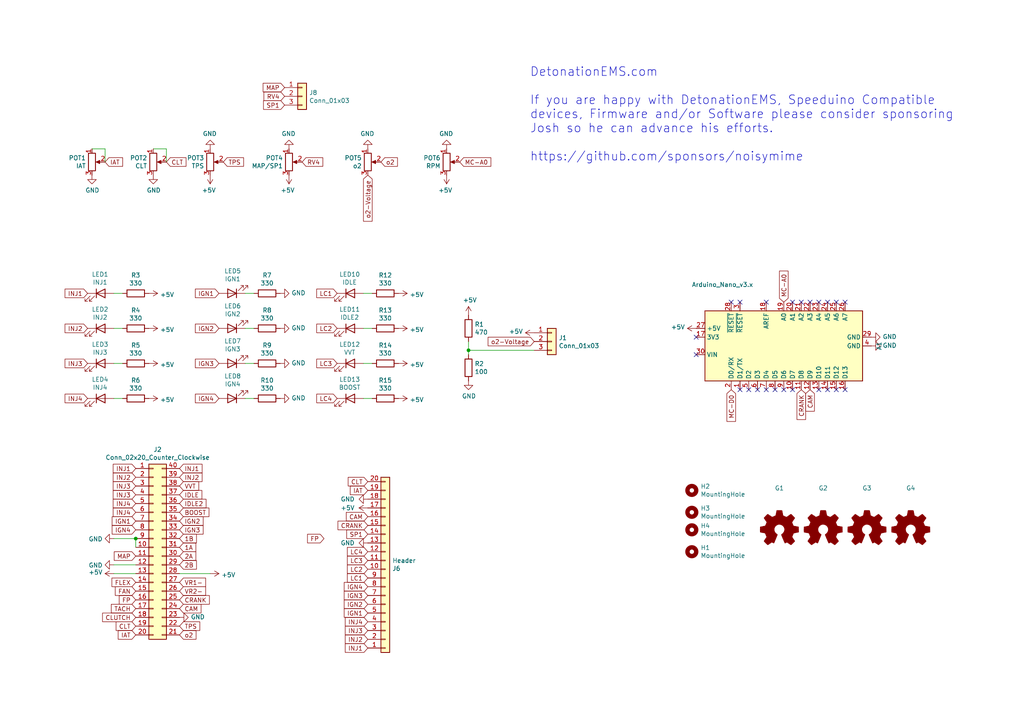
<source format=kicad_sch>
(kicad_sch (version 20211123) (generator eeschema)
  (paper "A4")
  (title_block (title "Engine Simulator") (date "2021-10-08") (rev "A") (company "DetonationEMS"))
  (lib_symbols
    (symbol "Connector_Generic:Conn_01x03" (pin_names (offset 1.016) hide)
      (property "Reference" "J" (at 0 5.08 0))
      (property "Value" "Conn_01x03" (at 0 -5.08 0))
      (symbol "Conn_01x03_1_1"
        (rectangle (start -1.27 -2.413) (end 0 -2.667) (stroke (width 0.1524)))
        (rectangle (start -1.27 0.127) (end 0 -0.127) (stroke (width 0.1524)))
        (rectangle (start -1.27 2.667) (end 0 2.413) (stroke (width 0.1524)))
        (rectangle (start -1.27 3.81) (end 1.27 -3.81) (stroke (width 0.254)) (fill (type background)))
        (pin passive line (at -5.08 2.54 0) (length 3.81) (name "Pin_1") (number "1"))
        (pin passive line (at -5.08 0 0) (length 3.81) (name "Pin_2") (number "2"))
        (pin passive line (at -5.08 -2.54 0) (length 3.81) (name "Pin_3") (number "3"))
      )
    )
    (symbol "Connector_Generic:Conn_01x20" (pin_names (offset 1.016) hide)
      (property "Reference" "J" (at 0 25.4 0))
      (property "Value" "Conn_01x20" (at 0 -27.94 0))
      (symbol "Conn_01x20_1_1"
        (rectangle (start -1.27 -25.273) (end 0 -25.527) (stroke (width 0.1524)))
        (rectangle (start -1.27 -22.733) (end 0 -22.987) (stroke (width 0.1524)))
        (rectangle (start -1.27 -20.193) (end 0 -20.447) (stroke (width 0.1524)))
        (rectangle (start -1.27 -17.653) (end 0 -17.907) (stroke (width 0.1524)))
        (rectangle (start -1.27 -15.113) (end 0 -15.367) (stroke (width 0.1524)))
        (rectangle (start -1.27 -12.573) (end 0 -12.827) (stroke (width 0.1524)))
        (rectangle (start -1.27 -10.033) (end 0 -10.287) (stroke (width 0.1524)))
        (rectangle (start -1.27 -7.493) (end 0 -7.747) (stroke (width 0.1524)))
        (rectangle (start -1.27 -4.953) (end 0 -5.207) (stroke (width 0.1524)))
        (rectangle (start -1.27 -2.413) (end 0 -2.667) (stroke (width 0.1524)))
        (rectangle (start -1.27 0.127) (end 0 -0.127) (stroke (width 0.1524)))
        (rectangle (start -1.27 2.667) (end 0 2.413) (stroke (width 0.1524)))
        (rectangle (start -1.27 5.207) (end 0 4.953) (stroke (width 0.1524)))
        (rectangle (start -1.27 7.747) (end 0 7.493) (stroke (width 0.1524)))
        (rectangle (start -1.27 10.287) (end 0 10.033) (stroke (width 0.1524)))
        (rectangle (start -1.27 12.827) (end 0 12.573) (stroke (width 0.1524)))
        (rectangle (start -1.27 15.367) (end 0 15.113) (stroke (width 0.1524)))
        (rectangle (start -1.27 17.907) (end 0 17.653) (stroke (width 0.1524)))
        (rectangle (start -1.27 20.447) (end 0 20.193) (stroke (width 0.1524)))
        (rectangle (start -1.27 22.987) (end 0 22.733) (stroke (width 0.1524)))
        (rectangle (start -1.27 24.13) (end 1.27 -26.67) (stroke (width 0.254)) (fill (type background)))
        (pin passive line (at -5.08 22.86 0) (length 3.81) (name "Pin_1") (number "1"))
        (pin passive line (at -5.08 0 0) (length 3.81) (name "Pin_10") (number "10"))
        (pin passive line (at -5.08 -2.54 0) (length 3.81) (name "Pin_11") (number "11"))
        (pin passive line (at -5.08 -5.08 0) (length 3.81) (name "Pin_12") (number "12"))
        (pin passive line (at -5.08 -7.62 0) (length 3.81) (name "Pin_13") (number "13"))
        (pin passive line (at -5.08 -10.16 0) (length 3.81) (name "Pin_14") (number "14"))
        (pin passive line (at -5.08 -12.7 0) (length 3.81) (name "Pin_15") (number "15"))
        (pin passive line (at -5.08 -15.24 0) (length 3.81) (name "Pin_16") (number "16"))
        (pin passive line (at -5.08 -17.78 0) (length 3.81) (name "Pin_17") (number "17"))
        (pin passive line (at -5.08 -20.32 0) (length 3.81) (name "Pin_18") (number "18"))
        (pin passive line (at -5.08 -22.86 0) (length 3.81) (name "Pin_19") (number "19"))
        (pin passive line (at -5.08 20.32 0) (length 3.81) (name "Pin_2") (number "2"))
        (pin passive line (at -5.08 -25.4 0) (length 3.81) (name "Pin_20") (number "20"))
        (pin passive line (at -5.08 17.78 0) (length 3.81) (name "Pin_3") (number "3"))
        (pin passive line (at -5.08 15.24 0) (length 3.81) (name "Pin_4") (number "4"))
        (pin passive line (at -5.08 12.7 0) (length 3.81) (name "Pin_5") (number "5"))
        (pin passive line (at -5.08 10.16 0) (length 3.81) (name "Pin_6") (number "6"))
        (pin passive line (at -5.08 7.62 0) (length 3.81) (name "Pin_7") (number "7"))
        (pin passive line (at -5.08 5.08 0) (length 3.81) (name "Pin_8") (number "8"))
        (pin passive line (at -5.08 2.54 0) (length 3.81) (name "Pin_9") (number "9"))
      )
    )
    (symbol "Device:LED" (pin_numbers hide) (pin_names (offset 1.016) hide)
      (property "Reference" "D" (at 0 2.54 0))
      (property "Value" "LED" (at 0 -2.54 0))
      (symbol "LED_0_1"
        (polyline (pts (xy -1.27 -1.27) (xy -1.27 1.27)) (stroke (width 0.254)))
        (polyline (pts (xy -1.27 0) (xy 1.27 0)))
        (polyline (pts (xy 1.27 -1.27) (xy 1.27 1.27) (xy -1.27 0) (xy 1.27 -1.27)) (stroke (width 0.254)))
        (polyline (pts (xy -3.048 -0.762) (xy -4.572 -2.286) (xy -3.81 -2.286) (xy -4.572 -2.286) (xy -4.572 -1.524)))
        (polyline (pts (xy -1.778 -0.762) (xy -3.302 -2.286) (xy -2.54 -2.286) (xy -3.302 -2.286) (xy -3.302 -1.524)))
      )
      (symbol "LED_1_1"
        (pin passive line (at -3.81 0 0) (length 2.54) (name "K") (number "1"))
        (pin passive line (at 3.81 0 180) (length 2.54) (name "A") (number "2"))
      )
    )
    (symbol "Device:R" (pin_numbers hide) (pin_names (offset 0))
      (property "Reference" "R" (at 2.032 0 90))
      (property "Value" "R" (at 0 0 90))
      (symbol "R_0_1"
        (rectangle (start -1.016 -2.54) (end 1.016 2.54) (stroke (width 0.254)))
      )
      (symbol "R_1_1"
        (pin passive line (at 0 3.81 270) (length 1.27) (name "~") (number "1"))
        (pin passive line (at 0 -3.81 90) (length 1.27) (name "~") (number "2"))
      )
    )
    (symbol "Device:R_POT" (pin_names (offset 1.016) hide)
      (property "Reference" "RV" (at -4.445 0 90))
      (property "Value" "Device_R_POT" (at -2.54 0 90))
      (symbol "R_POT_0_1"
        (polyline (pts (xy 2.54 0) (xy 1.524 0)))
        (polyline (pts (xy 1.143 0) (xy 2.286 0.508) (xy 2.286 -0.508) (xy 1.143 0)) (fill (type outline)))
        (rectangle (start 1.016 2.54) (end -1.016 -2.54) (stroke (width 0.254)))
      )
      (symbol "R_POT_1_1"
        (pin passive line (at 0 3.81 270) (length 1.27) (name "1") (number "1"))
        (pin passive line (at 3.81 0 180) (length 1.27) (name "2") (number "2"))
        (pin passive line (at 0 -3.81 90) (length 1.27) (name "3") (number "3"))
      )
    )
    (symbol "Graphic:Logo_Open_Hardware_Small" (pin_names (offset 1.016))
      (symbol "Logo_Open_Hardware_Small_0_1"
        (polyline (pts (xy 3.3528 -4.3434) (xy 3.302 -4.318) (xy 3.175 -4.2418) (xy 2.9972 -4.1148) (xy 2.7686 -3.9624) (xy 2.54 -3.81) (xy 2.3622 -3.7084) (xy 2.2352 -3.6068) (xy 2.1844 -3.5814) (xy 2.159 -3.6068) (xy 2.0574 -3.6576) (xy 1.905 -3.7338) (xy 1.8034 -3.7846) (xy 1.6764 -3.8354) (xy 1.6002 -3.8354) (xy 1.6002 -3.8354) (xy 1.5494 -3.7338) (xy 1.4732 -3.5306) (xy 1.3462 -3.302) (xy 1.2446 -3.0226) (xy 1.1176 -2.7178) (xy 0.9652 -2.413) (xy 0.8636 -2.1082) (xy 0.7366 -1.8288) (xy 0.6604 -1.6256) (xy 0.6096 -1.4732) (xy 0.5842 -1.397) (xy 0.5842 -1.397) (xy 0.6604 -1.3208) (xy 0.7874 -1.2446) (xy 1.0414 -1.016) (xy 1.2954 -0.6858) (xy 1.4478 -0.3302) (xy 1.524 0.0762) (xy 1.4732 0.4572) (xy 1.3208 0.8128) (xy 1.0668 1.143) (xy 0.762 1.3716) (xy 0.4064 1.524) (xy 0 1.5748) (xy -0.381 1.5494) (xy -0.7366 1.397) (xy -1.0668 1.143) (xy -1.2192 0.9906) (xy -1.397 0.6604) (xy -1.524 0.3048) (xy -1.524 0.2286) (xy -1.4986 -0.1778) (xy -1.397 -0.5334) (xy -1.1938 -0.8636) (xy -0.9144 -1.143) (xy -0.8636 -1.1684) (xy -0.7366 -1.27) (xy -0.635 -1.3462) (xy -0.5842 -1.397) (xy -1.0668 -2.5908) (xy -1.143 -2.794) (xy -1.2954 -3.1242) (xy -1.397 -3.4036) (xy -1.4986 -3.6322) (xy -1.5748 -3.7846) (xy -1.6002 -3.8354) (xy -1.6002 -3.8354) (xy -1.651 -3.8354) (xy -1.7272 -3.81) (xy -1.905 -3.7338) (xy -2.0066 -3.683) (xy -2.1336 -3.6068) (xy -2.2098 -3.5814) (xy -2.2606 -3.6068) (xy -2.3622 -3.683) (xy -2.54 -3.81) (xy -2.7686 -3.9624) (xy -2.9718 -4.0894) (xy -3.1496 -4.2164) (xy -3.302 -4.318) (xy -3.3528 -4.3434) (xy -3.3782 -4.3434) (xy -3.429 -4.318) (xy -3.5306 -4.2164) (xy -3.7084 -4.064) (xy -3.937 -3.8354) (xy -3.9624 -3.81) (xy -4.1656 -3.6068) (xy -4.318 -3.4544) (xy -4.4196 -3.3274) (xy -4.445 -3.2766) (xy -4.445 -3.2766) (xy -4.4196 -3.2258) (xy -4.318 -3.0734) (xy -4.2164 -2.8956) (xy -4.064 -2.667) (xy -3.6576 -2.0828) (xy -3.8862 -1.5494) (xy -3.937 -1.3716) (xy -4.0386 -1.1684) (xy -4.0894 -1.0414) (xy -4.1148 -0.9652) (xy -4.191 -0.9398) (xy -4.318 -0.9144) (xy -4.5466 -0.8636) (xy -4.8006 -0.8128) (xy -5.0546 -0.7874) (xy -5.2578 -0.7366) (xy -5.4356 -0.7112) (xy -5.5118 -0.6858) (xy -5.5118 -0.6858) (xy -5.5372 -0.635) (xy -5.5372 -0.5588) (xy -5.5372 -0.4318) (xy -5.5626 -0.2286) (xy -5.5626 0.0762) (xy -5.5626 0.127) (xy -5.5372 0.4064) (xy -5.5372 0.635) (xy -5.5372 0.762) (xy -5.5372 0.8382) (xy -5.5372 0.8382) (xy -5.461 0.8382) (xy -5.3086 0.889) (xy -5.08 0.9144) (xy -4.826 0.9652) (xy -4.8006 0.9906) (xy -4.5466 1.0414) (xy -4.318 1.0668) (xy -4.1656 1.1176) (xy -4.0894 1.143) (xy -4.0894 1.143) (xy -4.0386 1.2446) (xy -3.9624 1.4224) (xy -3.8608 1.6256) (xy -3.7846 1.8288) (xy -3.7084 2.0066) (xy -3.6576 2.159) (xy -3.6322 2.2098) (xy -3.6322 2.2098) (xy -3.683 2.286) (xy -3.7592 2.413) (xy -3.8862 2.5908) (xy -4.064 2.8194) (xy -4.064 2.8448) (xy -4.2164 3.0734) (xy -4.3434 3.2512) (xy -4.4196 3.3782) (xy -4.445 3.4544) (xy -4.445 3.4544) (xy -4.3942 3.5052) (xy -4.2926 3.6322) (xy -4.1148 3.81) (xy -3.937 4.0132) (xy -3.8608 4.064) (xy -3.6576 4.2926) (xy -3.5052 4.4196) (xy -3.4036 4.4958) (xy -3.3528 4.5212) (xy -3.3528 4.5212) (xy -3.302 4.4704) (xy -3.1496 4.3688) (xy -2.9718 4.2418) (xy -2.7432 4.0894) (xy -2.7178 4.0894) (xy -2.4892 3.937) (xy -2.3114 3.81) (xy -2.1844 3.7084) (xy -2.1336 3.683) (xy -2.1082 3.683) (xy -2.032 3.7084) (xy -1.8542 3.7592) (xy -1.6764 3.8354) (xy -1.4732 3.937) (xy -1.27 4.0132) (xy -1.143 4.064) (xy -1.0668 4.1148) (xy -1.0668 4.1148) (xy -1.0414 4.191) (xy -1.016 4.3434) (xy -0.9652 4.572) (xy -0.9144 4.8514) (xy -0.889 4.9022) (xy -0.8382 5.1562) (xy -0.8128 5.3848) (xy -0.7874 5.5372) (xy -0.762 5.588) (xy -0.7112 5.6134) (xy -0.5842 5.6134) (xy -0.4064 5.6134) (xy -0.1524 5.6134) (xy 0.0762 5.6134) (xy 0.3302 5.6134) (xy 0.5334 5.6134) (xy 0.6858 5.588) (xy 0.7366 5.588) (xy 0.7366 5.588) (xy 0.762 5.5118) (xy 0.8128 5.334) (xy 0.8382 5.1054) (xy 0.9144 4.826) (xy 0.9144 4.7752) (xy 0.9652 4.5212) (xy 1.016 4.2926) (xy 1.0414 4.1402) (xy 1.0668 4.0894) (xy 1.0668 4.0894) (xy 1.1938 4.0386) (xy 1.3716 3.9624) (xy 1.5748 3.8608) (xy 2.0828 3.6576) (xy 2.7178 4.0894) (xy 2.7686 4.1402) (xy 2.9972 4.2926) (xy 3.175 4.4196) (xy 3.302 4.4958) (xy 3.3782 4.5212) (xy 3.3782 4.5212) (xy 3.429 4.4704) (xy 3.556 4.3434) (xy 3.7338 4.191) (xy 3.9116 3.9878) (xy 4.064 3.8354) (xy 4.2418 3.6576) (xy 4.3434 3.556) (xy 4.4196 3.4798) (xy 4.4196 3.429) (xy 4.4196 3.4036) (xy 4.3942 3.3274) (xy 4.2926 3.2004) (xy 4.1656 2.9972) (xy 4.0132 2.794) (xy 3.8862 2.5908) (xy 3.7592 2.3876) (xy 3.6576 2.2352) (xy 3.6322 2.159) (xy 3.6322 2.1336) (xy 3.683 2.0066) (xy 3.7592 1.8288) (xy 3.8608 1.6002) (xy 4.064 1.1176) (xy 4.3942 1.0414) (xy 4.5974 1.016) (xy 4.8768 0.9652) (xy 5.1308 0.9144) (xy 5.5372 0.8382) (xy 5.5626 -0.6604) (xy 5.4864 -0.6858) (xy 5.4356 -0.6858) (xy 5.2832 -0.7366) (xy 5.0546 -0.762) (xy 4.8006 -0.8128) (xy 4.5974 -0.8636) (xy 4.3688 -0.9144) (xy 4.2164 -0.9398) (xy 4.1402 -0.9398) (xy 4.1148 -0.9652) (xy 4.064 -1.0668) (xy 3.9878 -1.2446) (xy 3.9116 -1.4478) (xy 3.81 -1.651) (xy 3.7338 -1.8542) (xy 3.683 -2.0066) (xy 3.6576 -2.0828) (xy 3.683 -2.1336) (xy 3.7846 -2.2606) (xy 3.8862 -2.4638) (xy 4.0386 -2.667) (xy 4.191 -2.8956) (xy 4.318 -3.0734) (xy 4.3942 -3.2004) (xy 4.445 -3.2766) (xy 4.4196 -3.3274) (xy 4.3434 -3.429) (xy 4.1656 -3.5814) (xy 3.937 -3.8354) (xy 3.8862 -3.8608) (xy 3.683 -4.064) (xy 3.5306 -4.2164) (xy 3.4036 -4.318) (xy 3.3528 -4.3434)) (fill (type outline)))
      )
    )
    (symbol "MCU_Module:Arduino_Nano_v3.x"
      (property "Reference" "A" (at -10.16 23.495 0))
      (property "Value" "Arduino_Nano_v3.x" (at 5.08 -24.13 0))
      (symbol "Arduino_Nano_v3.x_0_1"
        (rectangle (start -10.16 22.86) (end 10.16 -22.86) (stroke (width 0.254)) (fill (type background)))
      )
      (symbol "Arduino_Nano_v3.x_1_1"
        (pin bidirectional line (at -12.7 12.7 0) (length 2.54) (name "D1/TX") (number "1"))
        (pin bidirectional line (at -12.7 -2.54 0) (length 2.54) (name "D7") (number "10"))
        (pin bidirectional line (at -12.7 -5.08 0) (length 2.54) (name "D8") (number "11"))
        (pin bidirectional line (at -12.7 -7.62 0) (length 2.54) (name "D9") (number "12"))
        (pin bidirectional line (at -12.7 -10.16 0) (length 2.54) (name "D10") (number "13"))
        (pin bidirectional line (at -12.7 -12.7 0) (length 2.54) (name "D11") (number "14"))
        (pin bidirectional line (at -12.7 -15.24 0) (length 2.54) (name "D12") (number "15"))
        (pin bidirectional line (at -12.7 -17.78 0) (length 2.54) (name "D13") (number "16"))
        (pin power_out line (at 2.54 25.4 270) (length 2.54) (name "3V3") (number "17"))
        (pin input line (at 12.7 5.08 180) (length 2.54) (name "AREF") (number "18"))
        (pin bidirectional line (at 12.7 0 180) (length 2.54) (name "A0") (number "19"))
        (pin bidirectional line (at -12.7 15.24 0) (length 2.54) (name "D0/RX") (number "2"))
        (pin bidirectional line (at 12.7 -2.54 180) (length 2.54) (name "A1") (number "20"))
        (pin bidirectional line (at 12.7 -5.08 180) (length 2.54) (name "A2") (number "21"))
        (pin bidirectional line (at 12.7 -7.62 180) (length 2.54) (name "A3") (number "22"))
        (pin bidirectional line (at 12.7 -10.16 180) (length 2.54) (name "A4") (number "23"))
        (pin bidirectional line (at 12.7 -12.7 180) (length 2.54) (name "A5") (number "24"))
        (pin bidirectional line (at 12.7 -15.24 180) (length 2.54) (name "A6") (number "25"))
        (pin bidirectional line (at 12.7 -17.78 180) (length 2.54) (name "A7") (number "26"))
        (pin power_out line (at 5.08 25.4 270) (length 2.54) (name "+5V") (number "27"))
        (pin input line (at 12.7 15.24 180) (length 2.54) (name "~{RESET}") (number "28"))
        (pin power_in line (at 2.54 -25.4 90) (length 2.54) (name "GND") (number "29"))
        (pin input line (at 12.7 12.7 180) (length 2.54) (name "~{RESET}") (number "3"))
        (pin power_in line (at -2.54 25.4 270) (length 2.54) (name "VIN") (number "30"))
        (pin power_in line (at 0 -25.4 90) (length 2.54) (name "GND") (number "4"))
        (pin bidirectional line (at -12.7 10.16 0) (length 2.54) (name "D2") (number "5"))
        (pin bidirectional line (at -12.7 7.62 0) (length 2.54) (name "D3") (number "6"))
        (pin bidirectional line (at -12.7 5.08 0) (length 2.54) (name "D4") (number "7"))
        (pin bidirectional line (at -12.7 2.54 0) (length 2.54) (name "D5") (number "8"))
        (pin bidirectional line (at -12.7 0 0) (length 2.54) (name "D6") (number "9"))
      )
    )
    (symbol "Mechanical:MountingHole" (pin_names (offset 1.016))
      (property "Reference" "H" (at 0 5.08 0))
      (property "Value" "MountingHole" (at 0 3.175 0))
      (symbol "MountingHole_0_1"
        (circle (center 0 0) (radius 1.27) (stroke (width 1.27)))
      )
    )
    (symbol "Pre_Ignition-rescue:Conn_02x20_Counter_Clockwise-Connector_Generic" (pin_names (offset 1.016) hide)
      (property "Reference" "J" (at 1.27 25.4 0))
      (property "Value" "Conn_02x20_Counter_Clockwise-Connector_Generic" (at 1.27 -27.94 0))
      (symbol "Conn_02x20_Counter_Clockwise-Connector_Generic_1_1"
        (rectangle (start -1.27 -25.273) (end 0 -25.527) (stroke (width 0.1524)))
        (rectangle (start -1.27 -22.733) (end 0 -22.987) (stroke (width 0.1524)))
        (rectangle (start -1.27 -20.193) (end 0 -20.447) (stroke (width 0.1524)))
        (rectangle (start -1.27 -17.653) (end 0 -17.907) (stroke (width 0.1524)))
        (rectangle (start -1.27 -15.113) (end 0 -15.367) (stroke (width 0.1524)))
        (rectangle (start -1.27 -12.573) (end 0 -12.827) (stroke (width 0.1524)))
        (rectangle (start -1.27 -10.033) (end 0 -10.287) (stroke (width 0.1524)))
        (rectangle (start -1.27 -7.493) (end 0 -7.747) (stroke (width 0.1524)))
        (rectangle (start -1.27 -4.953) (end 0 -5.207) (stroke (width 0.1524)))
        (rectangle (start -1.27 -2.413) (end 0 -2.667) (stroke (width 0.1524)))
        (rectangle (start -1.27 0.127) (end 0 -0.127) (stroke (width 0.1524)))
        (rectangle (start -1.27 2.667) (end 0 2.413) (stroke (width 0.1524)))
        (rectangle (start -1.27 5.207) (end 0 4.953) (stroke (width 0.1524)))
        (rectangle (start -1.27 7.747) (end 0 7.493) (stroke (width 0.1524)))
        (rectangle (start -1.27 10.287) (end 0 10.033) (stroke (width 0.1524)))
        (rectangle (start -1.27 12.827) (end 0 12.573) (stroke (width 0.1524)))
        (rectangle (start -1.27 15.367) (end 0 15.113) (stroke (width 0.1524)))
        (rectangle (start -1.27 17.907) (end 0 17.653) (stroke (width 0.1524)))
        (rectangle (start -1.27 20.447) (end 0 20.193) (stroke (width 0.1524)))
        (rectangle (start -1.27 22.987) (end 0 22.733) (stroke (width 0.1524)))
        (rectangle (start -1.27 24.13) (end 3.81 -26.67) (stroke (width 0.254)) (fill (type background)))
        (rectangle (start 3.81 -25.273) (end 2.54 -25.527) (stroke (width 0.1524)))
        (rectangle (start 3.81 -22.733) (end 2.54 -22.987) (stroke (width 0.1524)))
        (rectangle (start 3.81 -20.193) (end 2.54 -20.447) (stroke (width 0.1524)))
        (rectangle (start 3.81 -17.653) (end 2.54 -17.907) (stroke (width 0.1524)))
        (rectangle (start 3.81 -15.113) (end 2.54 -15.367) (stroke (width 0.1524)))
        (rectangle (start 3.81 -12.573) (end 2.54 -12.827) (stroke (width 0.1524)))
        (rectangle (start 3.81 -10.033) (end 2.54 -10.287) (stroke (width 0.1524)))
        (rectangle (start 3.81 -7.493) (end 2.54 -7.747) (stroke (width 0.1524)))
        (rectangle (start 3.81 -4.953) (end 2.54 -5.207) (stroke (width 0.1524)))
        (rectangle (start 3.81 -2.413) (end 2.54 -2.667) (stroke (width 0.1524)))
        (rectangle (start 3.81 0.127) (end 2.54 -0.127) (stroke (width 0.1524)))
        (rectangle (start 3.81 2.667) (end 2.54 2.413) (stroke (width 0.1524)))
        (rectangle (start 3.81 5.207) (end 2.54 4.953) (stroke (width 0.1524)))
        (rectangle (start 3.81 7.747) (end 2.54 7.493) (stroke (width 0.1524)))
        (rectangle (start 3.81 10.287) (end 2.54 10.033) (stroke (width 0.1524)))
        (rectangle (start 3.81 12.827) (end 2.54 12.573) (stroke (width 0.1524)))
        (rectangle (start 3.81 15.367) (end 2.54 15.113) (stroke (width 0.1524)))
        (rectangle (start 3.81 17.907) (end 2.54 17.653) (stroke (width 0.1524)))
        (rectangle (start 3.81 20.447) (end 2.54 20.193) (stroke (width 0.1524)))
        (rectangle (start 3.81 22.987) (end 2.54 22.733) (stroke (width 0.1524)))
        (pin passive line (at -5.08 22.86 0) (length 3.81) (name "Pin_1") (number "1"))
        (pin passive line (at -5.08 0 0) (length 3.81) (name "Pin_10") (number "10"))
        (pin passive line (at -5.08 -2.54 0) (length 3.81) (name "Pin_11") (number "11"))
        (pin passive line (at -5.08 -5.08 0) (length 3.81) (name "Pin_12") (number "12"))
        (pin passive line (at -5.08 -7.62 0) (length 3.81) (name "Pin_13") (number "13"))
        (pin passive line (at -5.08 -10.16 0) (length 3.81) (name "Pin_14") (number "14"))
        (pin passive line (at -5.08 -12.7 0) (length 3.81) (name "Pin_15") (number "15"))
        (pin passive line (at -5.08 -15.24 0) (length 3.81) (name "Pin_16") (number "16"))
        (pin passive line (at -5.08 -17.78 0) (length 3.81) (name "Pin_17") (number "17"))
        (pin passive line (at -5.08 -20.32 0) (length 3.81) (name "Pin_18") (number "18"))
        (pin passive line (at -5.08 -22.86 0) (length 3.81) (name "Pin_19") (number "19"))
        (pin passive line (at -5.08 20.32 0) (length 3.81) (name "Pin_2") (number "2"))
        (pin passive line (at -5.08 -25.4 0) (length 3.81) (name "Pin_20") (number "20"))
        (pin passive line (at 7.62 -25.4 180) (length 3.81) (name "Pin_21") (number "21"))
        (pin passive line (at 7.62 -22.86 180) (length 3.81) (name "Pin_22") (number "22"))
        (pin passive line (at 7.62 -20.32 180) (length 3.81) (name "Pin_23") (number "23"))
        (pin passive line (at 7.62 -17.78 180) (length 3.81) (name "Pin_24") (number "24"))
        (pin passive line (at 7.62 -15.24 180) (length 3.81) (name "Pin_25") (number "25"))
        (pin passive line (at 7.62 -12.7 180) (length 3.81) (name "Pin_26") (number "26"))
        (pin passive line (at 7.62 -10.16 180) (length 3.81) (name "Pin_27") (number "27"))
        (pin passive line (at 7.62 -7.62 180) (length 3.81) (name "Pin_28") (number "28"))
        (pin passive line (at 7.62 -5.08 180) (length 3.81) (name "Pin_29") (number "29"))
        (pin passive line (at -5.08 17.78 0) (length 3.81) (name "Pin_3") (number "3"))
        (pin passive line (at 7.62 -2.54 180) (length 3.81) (name "Pin_30") (number "30"))
        (pin passive line (at 7.62 0 180) (length 3.81) (name "Pin_31") (number "31"))
        (pin passive line (at 7.62 2.54 180) (length 3.81) (name "Pin_32") (number "32"))
        (pin passive line (at 7.62 5.08 180) (length 3.81) (name "Pin_33") (number "33"))
        (pin passive line (at 7.62 7.62 180) (length 3.81) (name "Pin_34") (number "34"))
        (pin passive line (at 7.62 10.16 180) (length 3.81) (name "Pin_35") (number "35"))
        (pin passive line (at 7.62 12.7 180) (length 3.81) (name "Pin_36") (number "36"))
        (pin passive line (at 7.62 15.24 180) (length 3.81) (name "Pin_37") (number "37"))
        (pin passive line (at 7.62 17.78 180) (length 3.81) (name "Pin_38") (number "38"))
        (pin passive line (at 7.62 20.32 180) (length 3.81) (name "Pin_39") (number "39"))
        (pin passive line (at -5.08 15.24 0) (length 3.81) (name "Pin_4") (number "4"))
        (pin passive line (at 7.62 22.86 180) (length 3.81) (name "Pin_40") (number "40"))
        (pin passive line (at -5.08 12.7 0) (length 3.81) (name "Pin_5") (number "5"))
        (pin passive line (at -5.08 10.16 0) (length 3.81) (name "Pin_6") (number "6"))
        (pin passive line (at -5.08 7.62 0) (length 3.81) (name "Pin_7") (number "7"))
        (pin passive line (at -5.08 5.08 0) (length 3.81) (name "Pin_8") (number "8"))
        (pin passive line (at -5.08 2.54 0) (length 3.81) (name "Pin_9") (number "9"))
      )
    )
    (symbol "power:+5V" (power) (pin_names (offset 0))
      (property "Value" "+5V" (at 0 3.556 0))
      (symbol "+5V_0_1"
        (polyline (pts (xy -0.762 1.27) (xy 0 2.54)))
        (polyline (pts (xy 0 0) (xy 0 2.54)))
        (polyline (pts (xy 0 2.54) (xy 0.762 1.27)))
      )
      (symbol "+5V_1_1"
        (pin power_in line (at 0 0 90) (length 0) hide (name "+5V") (number "1"))
      )
    )
    (symbol "power:GND" (power) (pin_names (offset 0))
      (property "Value" "GND" (at 0 -3.81 0))
      (symbol "GND_0_1"
        (polyline (pts (xy 0 0) (xy 0 -1.27) (xy 1.27 -1.27) (xy 0 -2.54) (xy -1.27 -1.27) (xy 0 -1.27)))
      )
      (symbol "GND_1_1"
        (pin power_in line (at 0 0 270) (length 0) hide (name "GND") (number "1"))
      )
    )
  )
  (junction (at 39.37 156.21))
  (junction (at 135.89 101.6))
  (no_connect (at 214.63 87.63))
  (no_connect (at 229.87 87.63))
  (no_connect (at 232.41 87.63))
  (no_connect (at 224.79 113.03))
  (no_connect (at 201.93 102.87))
  (no_connect (at 212.09 87.63))
  (no_connect (at 219.71 113.03))
  (no_connect (at 222.25 87.63))
  (no_connect (at 245.11 87.63))
  (no_connect (at 214.63 113.03))
  (no_connect (at 201.93 97.79))
  (no_connect (at 237.49 113.03))
  (no_connect (at 242.57 113.03))
  (no_connect (at 229.87 113.03))
  (no_connect (at 227.33 113.03))
  (no_connect (at 240.03 113.03))
  (no_connect (at 240.03 87.63))
  (no_connect (at 237.49 87.63))
  (no_connect (at 217.17 113.03))
  (no_connect (at 234.95 87.63))
  (no_connect (at 245.11 113.03))
  (no_connect (at 242.57 87.63))
  (no_connect (at 222.25 113.03))
  (wire (pts (xy 30.48 43.18) (xy 30.48 46.99)))
  (wire (pts (xy 154.94 101.6) (xy 135.89 101.6)))
  (wire (pts (xy 33.02 95.25) (xy 35.56 95.25)))
  (wire (pts (xy 39.37 158.75) (xy 39.37 156.21)))
  (wire (pts (xy 48.26 43.18) (xy 48.26 46.99)))
  (wire (pts (xy 60.96 166.37) (xy 52.07 166.37)))
  (wire (pts (xy 33.02 85.09) (xy 35.56 85.09)))
  (wire (pts (xy 33.02 105.41) (xy 35.56 105.41)))
  (wire (pts (xy 105.41 115.57) (xy 107.95 115.57)))
  (wire (pts (xy 71.12 95.25) (xy 73.66 95.25)))
  (wire (pts (xy 105.41 95.25) (xy 107.95 95.25)))
  (wire (pts (xy 105.41 105.41) (xy 107.95 105.41)))
  (wire (pts (xy 71.12 85.09) (xy 73.66 85.09)))
  (wire (pts (xy 44.45 43.18) (xy 48.26 43.18)))
  (wire (pts (xy 33.02 166.37) (xy 39.37 166.37)))
  (wire (pts (xy 33.02 163.83) (xy 39.37 163.83)))
  (wire (pts (xy 135.89 99.06) (xy 135.89 101.6)))
  (wire (pts (xy 105.41 85.09) (xy 107.95 85.09)))
  (wire (pts (xy 71.12 115.57) (xy 73.66 115.57)))
  (wire (pts (xy 33.02 156.21) (xy 39.37 156.21)))
  (wire (pts (xy 71.12 105.41) (xy 73.66 105.41)))
  (wire (pts (xy 33.02 115.57) (xy 35.56 115.57)))
  (wire (pts (xy 26.67 43.18) (xy 30.48 43.18)))
  (wire (pts (xy 135.89 101.6) (xy 135.89 102.87)))
  (text "DetonationEMS.com\n\nIf you are happy with DetonationEMS, Speeduino Compatible\ndevices, Firmware and/or Software please consider sponsoring\nJosh so he can advance his efforts.\n\nhttps://github.com/sponsors/noisymime" (at 153.67 46.99 0) (effects (font (size 2.54 2.54)) (justify left bottom)))
  (global_label "FP" (shape input) (at 93.98 156.21 180) (property "Intersheet References" "${INTERSHEET_REFS}" (effects hide)))
  (global_label "MAP" (shape input) (at 39.37 161.29 180) (property "Intersheet References" "${INTERSHEET_REFS}" (effects hide)))
  (global_label "RV4" (shape input) (at 82.55 27.94 180) (property "Intersheet References" "${INTERSHEET_REFS}" (effects hide)))
  (global_label "MC-A0" (shape input) (at 133.35 46.99 0) (property "Intersheet References" "${INTERSHEET_REFS}" (effects hide)))
  (global_label "TPS" (shape input) (at 52.07 181.61 0) (property "Intersheet References" "${INTERSHEET_REFS}" (effects hide)))
  (global_label "1A" (shape input) (at 52.07 158.75 0) (property "Intersheet References" "${INTERSHEET_REFS}" (effects hide)))
  (global_label "INJ4" (shape input) (at 39.37 146.05 180) (property "Intersheet References" "${INTERSHEET_REFS}" (effects hide)))
  (global_label "INJ2" (shape input) (at 39.37 138.43 180) (property "Intersheet References" "${INTERSHEET_REFS}" (effects hide)))
  (global_label "INJ1" (shape input) (at 106.68 187.96 180) (property "Intersheet References" "${INTERSHEET_REFS}" (effects hide)))
  (global_label "CAM" (shape input) (at 52.07 176.53 0) (property "Intersheet References" "${INTERSHEET_REFS}" (effects hide)))
  (global_label "INJ1" (shape input) (at 25.4 85.09 180) (property "Intersheet References" "${INTERSHEET_REFS}" (effects hide)))
  (global_label "INJ2" (shape input) (at 25.4 95.25 180) (property "Intersheet References" "${INTERSHEET_REFS}" (effects hide)))
  (global_label "CLUTCH" (shape input) (at 39.37 179.07 180) (property "Intersheet References" "${INTERSHEET_REFS}" (effects hide)))
  (global_label "1B" (shape input) (at 52.07 156.21 0) (property "Intersheet References" "${INTERSHEET_REFS}" (effects hide)))
  (global_label "IGN3" (shape input) (at 106.68 172.72 180) (property "Intersheet References" "${INTERSHEET_REFS}" (effects hide)))
  (global_label "INJ3" (shape input) (at 39.37 143.51 180) (property "Intersheet References" "${INTERSHEET_REFS}" (effects hide)))
  (global_label "INJ2" (shape input) (at 106.68 185.42 180) (property "Intersheet References" "${INTERSHEET_REFS}" (effects hide)))
  (global_label "IGN1" (shape input) (at 63.5 85.09 180) (property "Intersheet References" "${INTERSHEET_REFS}" (effects hide)))
  (global_label "CLT" (shape input) (at 106.68 139.7 180) (property "Intersheet References" "${INTERSHEET_REFS}" (effects hide)))
  (global_label "BOOST" (shape input) (at 52.07 148.59 0) (property "Intersheet References" "${INTERSHEET_REFS}" (effects hide)))
  (global_label "RV4" (shape input) (at 87.63 46.99 0) (property "Intersheet References" "${INTERSHEET_REFS}" (effects hide)))
  (global_label "CAM" (shape input) (at 234.95 113.03 270) (property "Intersheet References" "${INTERSHEET_REFS}" (effects hide)))
  (global_label "SP1" (shape input) (at 82.55 30.48 180) (property "Intersheet References" "${INTERSHEET_REFS}" (effects hide)))
  (global_label "FP" (shape input) (at 39.37 173.99 180) (property "Intersheet References" "${INTERSHEET_REFS}" (effects hide)))
  (global_label "IGN4" (shape input) (at 39.37 153.67 180) (property "Intersheet References" "${INTERSHEET_REFS}" (effects hide)))
  (global_label "CLT" (shape input) (at 48.26 46.99 0) (property "Intersheet References" "${INTERSHEET_REFS}" (effects hide)))
  (global_label "CRANK" (shape input) (at 106.68 152.4 180) (property "Intersheet References" "${INTERSHEET_REFS}" (effects hide)))
  (global_label "INJ1" (shape input) (at 52.07 135.89 0) (property "Intersheet References" "${INTERSHEET_REFS}" (effects hide)))
  (global_label "o2" (shape input) (at 110.49 46.99 0) (property "Intersheet References" "${INTERSHEET_REFS}" (effects hide)))
  (global_label "SP1" (shape input) (at 106.68 154.94 180) (property "Intersheet References" "${INTERSHEET_REFS}" (effects hide)))
  (global_label "INJ4" (shape input) (at 25.4 115.57 180) (property "Intersheet References" "${INTERSHEET_REFS}" (effects hide)))
  (global_label "VVT" (shape input) (at 52.07 140.97 0) (property "Intersheet References" "${INTERSHEET_REFS}" (effects hide)))
  (global_label "INJ4" (shape input) (at 39.37 148.59 180) (property "Intersheet References" "${INTERSHEET_REFS}" (effects hide)))
  (global_label "MC-A0" (shape input) (at 227.33 87.63 90) (property "Intersheet References" "${INTERSHEET_REFS}" (effects hide)))
  (global_label "o2-Voltage" (shape input) (at 106.68 50.8 270) (property "Intersheet References" "${INTERSHEET_REFS}" (effects hide)))
  (global_label "IGN3" (shape input) (at 52.07 153.67 0) (property "Intersheet References" "${INTERSHEET_REFS}" (effects hide)))
  (global_label "CRANK" (shape input) (at 232.41 113.03 270) (property "Intersheet References" "${INTERSHEET_REFS}" (effects hide)))
  (global_label "IDLE" (shape input) (at 52.07 143.51 0) (property "Intersheet References" "${INTERSHEET_REFS}" (effects hide)))
  (global_label "LC2" (shape input) (at 97.79 95.25 180) (property "Intersheet References" "${INTERSHEET_REFS}" (effects hide)))
  (global_label "IGN3" (shape input) (at 63.5 105.41 180) (property "Intersheet References" "${INTERSHEET_REFS}" (effects hide)))
  (global_label "LC2" (shape input) (at 106.68 165.1 180) (property "Intersheet References" "${INTERSHEET_REFS}" (effects hide)))
  (global_label "INJ3" (shape input) (at 25.4 105.41 180) (property "Intersheet References" "${INTERSHEET_REFS}" (effects hide)))
  (global_label "TACH" (shape input) (at 39.37 176.53 180) (property "Intersheet References" "${INTERSHEET_REFS}" (effects hide)))
  (global_label "LC4" (shape input) (at 97.79 115.57 180) (property "Intersheet References" "${INTERSHEET_REFS}" (effects hide)))
  (global_label "IAT" (shape input) (at 106.68 142.24 180) (property "Intersheet References" "${INTERSHEET_REFS}" (effects hide)))
  (global_label "LC3" (shape input) (at 106.68 162.56 180) (property "Intersheet References" "${INTERSHEET_REFS}" (effects hide)))
  (global_label "o2-Voltage" (shape input) (at 154.94 99.06 180) (property "Intersheet References" "${INTERSHEET_REFS}" (effects hide)))
  (global_label "IDLE2" (shape input) (at 52.07 146.05 0) (property "Intersheet References" "${INTERSHEET_REFS}" (effects hide)))
  (global_label "TPS" (shape input) (at 64.77 46.99 0) (property "Intersheet References" "${INTERSHEET_REFS}" (effects hide)))
  (global_label "VR1-" (shape input) (at 52.07 168.91 0) (property "Intersheet References" "${INTERSHEET_REFS}" (effects hide)))
  (global_label "IGN4" (shape input) (at 63.5 115.57 180) (property "Intersheet References" "${INTERSHEET_REFS}" (effects hide)))
  (global_label "IGN1" (shape input) (at 106.68 177.8 180) (property "Intersheet References" "${INTERSHEET_REFS}" (effects hide)))
  (global_label "IGN2" (shape input) (at 63.5 95.25 180) (property "Intersheet References" "${INTERSHEET_REFS}" (effects hide)))
  (global_label "LC3" (shape input) (at 97.79 105.41 180) (property "Intersheet References" "${INTERSHEET_REFS}" (effects hide)))
  (global_label "LC1" (shape input) (at 97.79 85.09 180) (property "Intersheet References" "${INTERSHEET_REFS}" (effects hide)))
  (global_label "IGN2" (shape input) (at 52.07 151.13 0) (property "Intersheet References" "${INTERSHEET_REFS}" (effects hide)))
  (global_label "MC-D0" (shape input) (at 212.09 113.03 270) (property "Intersheet References" "${INTERSHEET_REFS}" (effects hide)))
  (global_label "IGN2" (shape input) (at 106.68 175.26 180) (property "Intersheet References" "${INTERSHEET_REFS}" (effects hide)))
  (global_label "FAN" (shape input) (at 39.37 171.45 180) (property "Intersheet References" "${INTERSHEET_REFS}" (effects hide)))
  (global_label "o2" (shape input) (at 52.07 184.15 0) (property "Intersheet References" "${INTERSHEET_REFS}" (effects hide)))
  (global_label "VR2-" (shape input) (at 52.07 171.45 0) (property "Intersheet References" "${INTERSHEET_REFS}" (effects hide)))
  (global_label "INJ3" (shape input) (at 106.68 182.88 180) (property "Intersheet References" "${INTERSHEET_REFS}" (effects hide)))
  (global_label "LC1" (shape input) (at 106.68 167.64 180) (property "Intersheet References" "${INTERSHEET_REFS}" (effects hide)))
  (global_label "CAM" (shape input) (at 106.68 149.86 180) (property "Intersheet References" "${INTERSHEET_REFS}" (effects hide)))
  (global_label "INJ4" (shape input) (at 106.68 180.34 180) (property "Intersheet References" "${INTERSHEET_REFS}" (effects hide)))
  (global_label "2A" (shape input) (at 52.07 161.29 0) (property "Intersheet References" "${INTERSHEET_REFS}" (effects hide)))
  (global_label "MAP" (shape input) (at 82.55 25.4 180) (property "Intersheet References" "${INTERSHEET_REFS}" (effects hide)))
  (global_label "CRANK" (shape input) (at 52.07 173.99 0) (property "Intersheet References" "${INTERSHEET_REFS}" (effects hide)))
  (global_label "INJ2" (shape input) (at 52.07 138.43 0) (property "Intersheet References" "${INTERSHEET_REFS}" (effects hide)))
  (global_label "LC4" (shape input) (at 106.68 160.02 180) (property "Intersheet References" "${INTERSHEET_REFS}" (effects hide)))
  (global_label "FLEX" (shape input) (at 39.37 168.91 180) (property "Intersheet References" "${INTERSHEET_REFS}" (effects hide)))
  (global_label "IGN4" (shape input) (at 106.68 170.18 180) (property "Intersheet References" "${INTERSHEET_REFS}" (effects hide)))
  (global_label "INJ3" (shape input) (at 39.37 140.97 180) (property "Intersheet References" "${INTERSHEET_REFS}" (effects hide)))
  (global_label "IGN1" (shape input) (at 39.37 151.13 180) (property "Intersheet References" "${INTERSHEET_REFS}" (effects hide)))
  (global_label "IAT" (shape input) (at 30.48 46.99 0) (property "Intersheet References" "${INTERSHEET_REFS}" (effects hide)))
  (global_label "2B" (shape input) (at 52.07 163.83 0) (property "Intersheet References" "${INTERSHEET_REFS}" (effects hide)))
  (global_label "INJ1" (shape input) (at 39.37 135.89 180) (property "Intersheet References" "${INTERSHEET_REFS}" (effects hide)))
  (global_label "IAT" (shape input) (at 39.37 184.15 180) (property "Intersheet References" "${INTERSHEET_REFS}" (effects hide)))
  (global_label "CLT" (shape input) (at 39.37 181.61 180) (property "Intersheet References" "${INTERSHEET_REFS}" (effects hide)))
  (symbol (lib_id "Device:R_POT") (at 44.45 46.99 0) (unit 1)
    (property "Reference" "POT2" (at 42.6974 45.8216 0) (effects (justify right)))
    (property "Value" "CLT" (at 42.6974 48.133 0) (effects (justify right)))
    (property "Footprint" "MyLibs:RV09AF4020KB10K" (effects hide))
  )
  (symbol (lib_id "Device:R_POT") (at 60.96 46.99 0) (unit 1)
    (property "Reference" "POT3" (at 59.2074 45.8216 0) (effects (justify right)))
    (property "Value" "TPS" (at 59.2074 48.133 0) (effects (justify right)))
    (property "Footprint" "MyLibs:RV09AF4020KB10K" (effects hide))
  )
  (symbol (lib_id "Device:R_POT") (at 83.82 46.99 0) (unit 1)
    (property "Reference" "POT4" (at 82.0674 45.8216 0) (effects (justify right)))
    (property "Value" "MAP/SP1" (at 82.0674 48.133 0) (effects (justify right)))
    (property "Footprint" "MyLibs:RV09AF4020KB10K" (effects hide))
  )
  (symbol (lib_id "Device:R_POT") (at 26.67 46.99 0) (unit 1)
    (property "Reference" "POT1" (at 24.9174 45.8216 0) (effects (justify right)))
    (property "Value" "IAT" (at 24.9174 48.133 0) (effects (justify right)))
    (property "Footprint" "MyLibs:RV09AF4020KB10K" (effects hide))
  )
  (symbol (lib_id "Device:R_POT") (at 106.68 46.99 0) (unit 1)
    (property "Reference" "POT5" (at 104.9274 45.8216 0) (effects (justify right)))
    (property "Value" "o2" (at 104.9274 48.133 0) (effects (justify right)))
    (property "Footprint" "MyLibs:RV09AF4020KB10K" (effects hide))
  )
  (symbol (lib_id "Device:R_POT") (at 129.54 46.99 0) (unit 1)
    (property "Reference" "POT6" (at 127.7874 45.8216 0) (effects (justify right)))
    (property "Value" "RPM" (at 127.7874 48.133 0) (effects (justify right)))
    (property "Footprint" "MyLibs:RV09AF4020KB10K" (effects hide))
  )
  (symbol (lib_id "power:+5V") (at 129.54 50.8 180) (unit 1)
    (property "Reference" "#PWR0101" (effects hide))
    (property "Value" "+5V" (at 129.159 55.1942 0))
  )
  (symbol (lib_id "power:+5V") (at 201.93 95.25 90) (unit 1)
    (property "Reference" "#PWR0102" (effects hide))
    (property "Value" "+5V" (at 198.6788 94.869 90) (effects (justify left)))
  )
  (symbol (lib_id "power:GND") (at 129.54 43.18 180) (unit 1)
    (property "Reference" "#PWR0103" (effects hide))
    (property "Value" "GND" (at 129.413 38.7858 0))
  )
  (symbol (lib_id "power:GND") (at 252.73 100.33 90) (unit 1)
    (property "Reference" "#PWR0104" (effects hide))
    (property "Value" "GND" (at 255.9812 100.203 90) (effects (justify right)))
  )
  (symbol (lib_id "power:GND") (at 252.73 97.79 90) (unit 1)
    (property "Reference" "#PWR0105" (effects hide))
    (property "Value" "GND" (at 255.9812 97.663 90) (effects (justify right)))
  )
  (symbol (lib_id "power:GND") (at 106.68 43.18 180) (unit 1)
    (property "Reference" "#PWR0106" (effects hide))
    (property "Value" "GND" (at 106.553 38.7858 0))
  )
  (symbol (lib_id "Connector_Generic:Conn_01x03") (at 160.02 99.06 0) (unit 1)
    (property "Reference" "J1" (at 162.052 97.9932 0) (effects (justify left)))
    (property "Value" "Conn_01x03" (at 162.052 100.3046 0) (effects (justify left)))
    (property "Footprint" "Detonation:3-PinSwitch" (effects hide))
  )
  (symbol (lib_id "power:+5V") (at 154.94 96.52 90) (unit 1)
    (property "Reference" "#PWR0107" (effects hide))
    (property "Value" "+5V" (at 151.6888 96.139 90) (effects (justify left)))
  )
  (symbol (lib_id "Device:R") (at 135.89 106.68 0) (unit 1)
    (property "Reference" "R2" (at 137.668 105.5116 0) (effects (justify left)))
    (property "Value" "100" (at 137.668 107.823 0) (effects (justify left)))
    (property "Footprint" "Resistor_SMD:R_0603_1608Metric" (effects hide))
    (property "LCSC" "C22775" (effects hide))
  )
  (symbol (lib_id "Device:R") (at 135.89 95.25 0) (unit 1)
    (property "Reference" "R1" (at 137.668 94.0816 0) (effects (justify left)))
    (property "Value" "470" (at 137.668 96.393 0) (effects (justify left)))
    (property "Footprint" "Resistor_SMD:R_0603_1608Metric" (effects hide))
    (property "LCSC" "C23179" (effects hide))
  )
  (symbol (lib_id "power:+5V") (at 135.89 91.44 0) (unit 1)
    (property "Reference" "#PWR0108" (effects hide))
    (property "Value" "+5V" (at 136.271 87.0458 0))
  )
  (symbol (lib_id "power:GND") (at 135.89 110.49 0) (unit 1)
    (property "Reference" "#PWR0109" (effects hide))
    (property "Value" "GND" (at 136.017 114.8842 0))
  )
  (symbol (lib_id "power:+5V") (at 83.82 50.8 180) (unit 1)
    (property "Reference" "#PWR0110" (effects hide))
    (property "Value" "+5V" (at 83.439 55.1942 0))
  )
  (symbol (lib_id "power:+5V") (at 60.96 50.8 180) (unit 1)
    (property "Reference" "#PWR0111" (effects hide))
    (property "Value" "+5V" (at 60.579 55.1942 0))
  )
  (symbol (lib_id "power:GND") (at 83.82 43.18 180) (unit 1)
    (property "Reference" "#PWR0112" (effects hide))
    (property "Value" "GND" (at 83.693 38.7858 0))
  )
  (symbol (lib_id "power:GND") (at 60.96 43.18 180) (unit 1)
    (property "Reference" "#PWR0113" (effects hide))
    (property "Value" "GND" (at 60.833 38.7858 0))
  )
  (symbol (lib_id "power:GND") (at 44.45 50.8 0) (unit 1)
    (property "Reference" "#PWR0114" (effects hide))
    (property "Value" "GND" (at 44.577 55.1942 0))
  )
  (symbol (lib_id "power:GND") (at 26.67 50.8 0) (unit 1)
    (property "Reference" "#PWR0115" (effects hide))
    (property "Value" "GND" (at 26.797 55.1942 0))
  )
  (symbol (lib_id "Device:R") (at 111.76 115.57 270) (unit 1)
    (property "Reference" "R15" (at 111.76 110.3122 90))
    (property "Value" "330" (at 111.76 112.6236 90))
    (property "Footprint" "Resistor_SMD:R_0603_1608Metric" (effects hide))
    (property "LCSC" "C23138" (effects hide))
  )
  (symbol (lib_id "Device:LED") (at 101.6 115.57 0) (unit 1)
    (property "Reference" "LED13" (at 101.4222 110.0582 0))
    (property "Value" "BOOST" (at 101.4222 112.3696 0))
    (property "Footprint" "LED_SMD:LED_0603_1608Metric" (effects hide))
    (property "LCSC" "C2286" (effects hide))
  )
  (symbol (lib_id "power:+5V") (at 115.57 115.57 270) (unit 1)
    (property "Reference" "#PWR0137" (effects hide))
    (property "Value" "+5V" (at 118.8212 115.951 90) (effects (justify left)))
  )
  (symbol (lib_id "Pre_Ignition-rescue:Conn_02x20_Counter_Clockwise-Connector_Generic") (at 44.45 158.75 0) (unit 1)
    (property "Reference" "J2" (at 45.72 130.3782 0))
    (property "Value" "Conn_02x20_Counter_Clockwise" (at 45.72 132.6896 0))
    (property "Footprint" "Connector_Automotive:IDC-Header_2x20_P2.54mm_Vertical_Speeduino" (effects hide))
  )
  (symbol (lib_id "power:GND") (at 33.02 156.21 270) (unit 1)
    (property "Reference" "#PWR0116" (effects hide))
    (property "Value" "GND" (at 29.7688 156.337 90) (effects (justify right)))
  )
  (symbol (lib_id "power:GND") (at 33.02 163.83 270) (unit 1)
    (property "Reference" "#PWR0117" (effects hide))
    (property "Value" "GND" (at 29.7688 163.957 90) (effects (justify right)))
  )
  (symbol (lib_id "power:+5V") (at 33.02 166.37 90) (unit 1)
    (property "Reference" "#PWR0118" (effects hide))
    (property "Value" "+5V" (at 29.7688 165.989 90) (effects (justify left)))
  )
  (symbol (lib_id "power:GND") (at 52.07 179.07 90) (unit 1)
    (property "Reference" "#PWR0119" (effects hide))
    (property "Value" "GND" (at 55.3212 178.943 90) (effects (justify right)))
  )
  (symbol (lib_id "power:+5V") (at 60.96 166.37 270) (unit 1)
    (property "Reference" "#PWR0120" (effects hide))
    (property "Value" "+5V" (at 64.2112 166.751 90) (effects (justify left)))
  )
  (symbol (lib_id "Connector_Generic:Conn_01x20") (at 111.76 165.1 0) (mirror x) (unit 1)
    (property "Reference" "J6" (at 113.792 164.8968 0) (effects (justify left)))
    (property "Value" "Header" (at 113.792 162.5854 0) (effects (justify left)))
    (property "Footprint" "Connector_PinHeader_2.54mm:PinHeader_1x20_P2.54mm_Vertical" (effects hide))
  )
  (symbol (lib_id "Device:R") (at 77.47 85.09 270) (unit 1)
    (property "Reference" "R7" (at 77.47 79.8322 90))
    (property "Value" "330" (at 77.47 82.1436 90))
    (property "Footprint" "Resistor_SMD:R_0603_1608Metric" (effects hide))
    (property "LCSC" "C23138" (effects hide))
  )
  (symbol (lib_id "power:GND") (at 81.28 85.09 90) (unit 1)
    (property "Reference" "#PWR0121" (effects hide))
    (property "Value" "GND" (at 84.5312 84.963 90) (effects (justify right)))
  )
  (symbol (lib_id "Device:LED") (at 67.31 85.09 180) (unit 1)
    (property "Reference" "LED5" (at 67.4878 78.613 0))
    (property "Value" "IGN1" (at 67.4878 80.9244 0))
    (property "Footprint" "LED_SMD:LED_0603_1608Metric" (effects hide))
    (property "LCSC" "C2286" (effects hide))
  )
  (symbol (lib_id "power:+5V") (at 106.68 147.32 90) (mirror x) (unit 1)
    (property "Reference" "#PWR0135" (effects hide))
    (property "Value" "+5V" (at 102.87 147.32 90) (effects (justify left)))
  )
  (symbol (lib_id "power:GND") (at 106.68 144.78 270) (mirror x) (unit 1)
    (property "Reference" "#PWR0136" (effects hide))
    (property "Value" "GND" (at 102.87 144.78 90) (effects (justify right)))
  )
  (symbol (lib_id "Device:R") (at 77.47 95.25 270) (unit 1)
    (property "Reference" "R8" (at 77.47 89.9922 90))
    (property "Value" "330" (at 77.47 92.3036 90))
    (property "Footprint" "Resistor_SMD:R_0603_1608Metric" (effects hide))
    (property "LCSC" "C23138" (effects hide))
  )
  (symbol (lib_id "power:GND") (at 81.28 95.25 90) (unit 1)
    (property "Reference" "#PWR0122" (effects hide))
    (property "Value" "GND" (at 84.5312 95.123 90) (effects (justify right)))
  )
  (symbol (lib_id "Device:LED") (at 67.31 95.25 180) (unit 1)
    (property "Reference" "LED6" (at 67.4878 88.773 0))
    (property "Value" "IGN2" (at 67.4878 91.0844 0))
    (property "Footprint" "LED_SMD:LED_0603_1608Metric" (effects hide))
    (property "LCSC" "C2286" (effects hide))
  )
  (symbol (lib_id "Device:R") (at 77.47 105.41 270) (unit 1)
    (property "Reference" "R9" (at 77.47 100.1522 90))
    (property "Value" "330" (at 77.47 102.4636 90))
    (property "Footprint" "Resistor_SMD:R_0603_1608Metric" (effects hide))
    (property "LCSC" "C23138" (effects hide))
  )
  (symbol (lib_id "power:GND") (at 81.28 105.41 90) (unit 1)
    (property "Reference" "#PWR0123" (effects hide))
    (property "Value" "GND" (at 84.5312 105.283 90) (effects (justify right)))
  )
  (symbol (lib_id "Device:LED") (at 67.31 105.41 180) (unit 1)
    (property "Reference" "LED7" (at 67.4878 98.933 0))
    (property "Value" "IGN3" (at 67.4878 101.2444 0))
    (property "Footprint" "LED_SMD:LED_0603_1608Metric" (effects hide))
    (property "LCSC" "C2286" (effects hide))
  )
  (symbol (lib_id "Device:R") (at 77.47 115.57 270) (unit 1)
    (property "Reference" "R10" (at 77.47 110.3122 90))
    (property "Value" "330" (at 77.47 112.6236 90))
    (property "Footprint" "Resistor_SMD:R_0603_1608Metric" (effects hide))
    (property "LCSC" "C23138" (effects hide))
  )
  (symbol (lib_id "power:GND") (at 81.28 115.57 90) (unit 1)
    (property "Reference" "#PWR0124" (effects hide))
    (property "Value" "GND" (at 84.5312 115.443 90) (effects (justify right)))
  )
  (symbol (lib_id "Device:LED") (at 67.31 115.57 180) (unit 1)
    (property "Reference" "LED8" (at 67.4878 109.093 0))
    (property "Value" "IGN4" (at 67.4878 111.4044 0))
    (property "Footprint" "LED_SMD:LED_0603_1608Metric" (effects hide))
    (property "LCSC" "C2286" (effects hide))
  )
  (symbol (lib_id "Device:R") (at 39.37 85.09 270) (unit 1)
    (property "Reference" "R3" (at 39.37 79.8322 90))
    (property "Value" "330" (at 39.37 82.1436 90))
    (property "Footprint" "Resistor_SMD:R_0603_1608Metric" (effects hide))
    (property "LCSC" "C23138" (effects hide))
  )
  (symbol (lib_id "Device:LED") (at 29.21 85.09 0) (unit 1)
    (property "Reference" "LED1" (at 29.0322 79.5782 0))
    (property "Value" "INJ1" (at 29.0322 81.8896 0))
    (property "Footprint" "LED_SMD:LED_0603_1608Metric" (effects hide))
    (property "LCSC" "C2286" (effects hide))
  )
  (symbol (lib_id "Device:R") (at 39.37 95.25 270) (unit 1)
    (property "Reference" "R4" (at 39.37 89.9922 90))
    (property "Value" "330" (at 39.37 92.3036 90))
    (property "Footprint" "Resistor_SMD:R_0603_1608Metric" (effects hide))
    (property "LCSC" "C23138" (effects hide))
  )
  (symbol (lib_id "Device:LED") (at 29.21 95.25 0) (unit 1)
    (property "Reference" "LED2" (at 29.0322 89.7382 0))
    (property "Value" "INJ2" (at 29.0322 92.0496 0))
    (property "Footprint" "LED_SMD:LED_0603_1608Metric" (effects hide))
    (property "LCSC" "C2286" (effects hide))
  )
  (symbol (lib_id "Device:R") (at 39.37 105.41 270) (unit 1)
    (property "Reference" "R5" (at 39.37 100.1522 90))
    (property "Value" "330" (at 39.37 102.4636 90))
    (property "Footprint" "Resistor_SMD:R_0603_1608Metric" (effects hide))
    (property "LCSC" "C23138" (effects hide))
  )
  (symbol (lib_id "Device:LED") (at 29.21 105.41 0) (unit 1)
    (property "Reference" "LED3" (at 29.0322 99.8982 0))
    (property "Value" "INJ3" (at 29.0322 102.2096 0))
    (property "Footprint" "LED_SMD:LED_0603_1608Metric" (effects hide))
    (property "LCSC" "C2286" (effects hide))
  )
  (symbol (lib_id "Device:R") (at 39.37 115.57 270) (unit 1)
    (property "Reference" "R6" (at 39.37 110.3122 90))
    (property "Value" "330" (at 39.37 112.6236 90))
    (property "Footprint" "Resistor_SMD:R_0603_1608Metric" (effects hide))
    (property "LCSC" "C23138" (effects hide))
  )
  (symbol (lib_id "Device:LED") (at 29.21 115.57 0) (unit 1)
    (property "Reference" "LED4" (at 29.0322 110.0582 0))
    (property "Value" "INJ4" (at 29.0322 112.3696 0))
    (property "Footprint" "LED_SMD:LED_0603_1608Metric" (effects hide))
    (property "LCSC" "C2286" (effects hide))
  )
  (symbol (lib_id "power:+5V") (at 43.18 85.09 270) (unit 1)
    (property "Reference" "#PWR0125" (effects hide))
    (property "Value" "+5V" (at 46.4312 85.471 90) (effects (justify left)))
  )
  (symbol (lib_id "power:+5V") (at 43.18 105.41 270) (unit 1)
    (property "Reference" "#PWR0126" (effects hide))
    (property "Value" "+5V" (at 46.4312 105.791 90) (effects (justify left)))
  )
  (symbol (lib_id "power:+5V") (at 43.18 95.25 270) (unit 1)
    (property "Reference" "#PWR0127" (effects hide))
    (property "Value" "+5V" (at 46.4312 95.631 90) (effects (justify left)))
  )
  (symbol (lib_id "power:+5V") (at 43.18 115.57 270) (unit 1)
    (property "Reference" "#PWR0128" (effects hide))
    (property "Value" "+5V" (at 46.4312 115.951 90) (effects (justify left)))
  )
  (symbol (lib_id "Connector_Generic:Conn_01x03") (at 87.63 27.94 0) (unit 1)
    (property "Reference" "J8" (at 89.662 26.8732 0) (effects (justify left)))
    (property "Value" "Conn_01x03" (at 89.662 29.1846 0) (effects (justify left)))
    (property "Footprint" "Detonation:3-PinSwitch" (effects hide))
  )
  (symbol (lib_id "Device:R") (at 111.76 85.09 270) (unit 1)
    (property "Reference" "R12" (at 111.76 79.8322 90))
    (property "Value" "330" (at 111.76 82.1436 90))
    (property "Footprint" "Resistor_SMD:R_0603_1608Metric" (effects hide))
    (property "LCSC" "C23138" (effects hide))
  )
  (symbol (lib_id "Device:LED") (at 101.6 85.09 0) (unit 1)
    (property "Reference" "LED10" (at 101.4222 79.5782 0))
    (property "Value" "IDLE" (at 101.4222 81.8896 0))
    (property "Footprint" "LED_SMD:LED_0603_1608Metric" (effects hide))
    (property "LCSC" "C2286" (effects hide))
  )
  (symbol (lib_id "Device:R") (at 111.76 95.25 270) (unit 1)
    (property "Reference" "R13" (at 111.76 89.9922 90))
    (property "Value" "330" (at 111.76 92.3036 90))
    (property "Footprint" "Resistor_SMD:R_0603_1608Metric" (effects hide))
    (property "LCSC" "C23138" (effects hide))
  )
  (symbol (lib_id "Device:LED") (at 101.6 95.25 0) (unit 1)
    (property "Reference" "LED11" (at 101.4222 89.7382 0))
    (property "Value" "IDLE2" (at 101.4222 92.0496 0))
    (property "Footprint" "LED_SMD:LED_0603_1608Metric" (effects hide))
    (property "LCSC" "C2286" (effects hide))
  )
  (symbol (lib_id "Device:R") (at 111.76 105.41 270) (unit 1)
    (property "Reference" "R14" (at 111.76 100.1522 90))
    (property "Value" "330" (at 111.76 102.4636 90))
    (property "Footprint" "Resistor_SMD:R_0603_1608Metric" (effects hide))
    (property "LCSC" "C23138" (effects hide))
  )
  (symbol (lib_id "Device:LED") (at 101.6 105.41 0) (unit 1)
    (property "Reference" "LED12" (at 101.4222 99.8982 0))
    (property "Value" "VVT" (at 101.4222 102.2096 0))
    (property "Footprint" "LED_SMD:LED_0603_1608Metric" (effects hide))
    (property "LCSC" "C2286" (effects hide))
  )
  (symbol (lib_id "power:+5V") (at 115.57 95.25 270) (unit 1)
    (property "Reference" "#PWR0130" (effects hide))
    (property "Value" "+5V" (at 118.8212 95.631 90) (effects (justify left)))
  )
  (symbol (lib_id "power:+5V") (at 115.57 85.09 270) (unit 1)
    (property "Reference" "#PWR0131" (effects hide))
    (property "Value" "+5V" (at 118.8212 85.471 90) (effects (justify left)))
  )
  (symbol (lib_id "power:+5V") (at 115.57 105.41 270) (unit 1)
    (property "Reference" "#PWR0132" (effects hide))
    (property "Value" "+5V" (at 118.8212 105.791 90) (effects (justify left)))
  )
  (symbol (lib_id "MCU_Module:Arduino_Nano_v3.x") (at 227.33 100.33 90) (unit 1)
    (property "Reference" "A1" (at 254.9906 100.33 0))
    (property "Value" "Arduino_Nano_v3.x" (at 209.55 82.55 90))
    (property "Footprint" "Module:Arduino_Nano" (effects hide))
    (property "Datasheet" "http://www.mouser.com/pdfdocs/Gravitech_Arduino_Nano3_0.pdf" (effects hide))
  )
  (symbol (lib_id "Graphic:Logo_Open_Hardware_Small") (at 226.06 153.67 0) (unit 1)
    (property "Reference" "G1" (at 226.06 141.5796 0))
    (property "Value" "Logo_Open_Hardware_Small" (effects hide))
    (property "Footprint" "Detonation:TireSmoke-22mm" (effects hide))
  )
  (symbol (lib_id "power:GND") (at 106.68 157.48 270) (mirror x) (unit 1)
    (property "Reference" "#PWR0129" (effects hide))
    (property "Value" "GND" (at 102.87 157.48 90) (effects (justify right)))
  )
  (symbol (lib_id "Mechanical:MountingHole") (at 200.66 160.02 0) (unit 1)
    (property "Reference" "H1" (at 203.2 158.8516 0) (effects (justify left)))
    (property "Value" "MountingHole" (at 203.2 161.163 0) (effects (justify left)))
    (property "Footprint" "MountingHole:MountingHole_3.2mm_M3" (effects hide))
  )
  (symbol (lib_id "Mechanical:MountingHole") (at 200.66 153.67 0) (unit 1)
    (property "Reference" "H4" (at 203.2 152.5016 0) (effects (justify left)))
    (property "Value" "MountingHole" (at 203.2 154.813 0) (effects (justify left)))
    (property "Footprint" "MountingHole:MountingHole_3.2mm_M3" (effects hide))
  )
  (symbol (lib_id "Mechanical:MountingHole") (at 200.66 148.59 0) (unit 1)
    (property "Reference" "H3" (at 203.2 147.4216 0) (effects (justify left)))
    (property "Value" "MountingHole" (at 203.2 149.733 0) (effects (justify left)))
    (property "Footprint" "MountingHole:MountingHole_3.2mm_M3" (effects hide))
  )
  (symbol (lib_id "Mechanical:MountingHole") (at 200.66 142.24 0) (unit 1)
    (property "Reference" "H2" (at 203.2 141.0716 0) (effects (justify left)))
    (property "Value" "MountingHole" (at 203.2 143.383 0) (effects (justify left)))
    (property "Footprint" "MountingHole:MountingHole_3.2mm_M3" (effects hide))
  )
  (symbol (lib_id "Graphic:Logo_Open_Hardware_Small") (at 238.76 153.67 0) (unit 1)
    (property "Reference" "G2" (at 238.76 141.5796 0))
    (property "Value" "Logo_Open_Hardware_Small" (effects hide))
    (property "Footprint" "Detonation:DetonationEMS" (effects hide))
  )
  (symbol (lib_id "Graphic:Logo_Open_Hardware_Small") (at 251.46 153.67 0) (unit 1)
    (property "Reference" "G3" (at 251.46 141.5796 0))
    (property "Value" "Logo_Open_Hardware_Small" (effects hide))
    (property "Footprint" "Detonation:SpeeduinoCompatible-30mm" (effects hide))
  )
  (symbol (lib_id "Graphic:Logo_Open_Hardware_Small") (at 264.16 153.67 0) (unit 1)
    (property "Reference" "G4" (at 264.16 141.5796 0))
    (property "Value" "Logo_Open_Hardware_Small" (effects hide))
    (property "Footprint" "Symbol:OSHW-Logo2_14.6x12mm_SilkScreen" (effects hide))
  )
)
</source>
